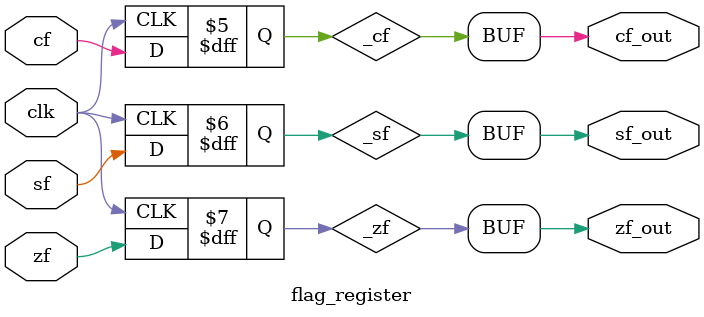
<source format=v>
module flag_register(
    input wire cf,
    input wire sf,
    input wire zf,
    input wire clk,
    output wire cf_out,
    output wire sf_out,
    output wire zf_out
);

reg _cf = 0, _sf = 0, _zf = 0;
always @(posedge clk) begin
    _cf <= cf;
    _sf <= sf;
    _zf <= zf;
end

assign cf_out = _cf;
assign sf_out = _sf;
assign zf_out = _zf;


endmodule
</source>
